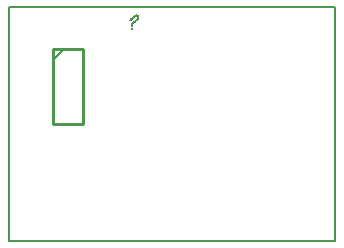
<source format=gto>
G04 MADE WITH FRITZING*
G04 WWW.FRITZING.ORG*
G04 DOUBLE SIDED*
G04 HOLES PLATED*
G04 CONTOUR ON CENTER OF CONTOUR VECTOR*
%ASAXBY*%
%FSLAX23Y23*%
%MOIN*%
%OFA0B0*%
%SFA1.0B1.0*%
%ADD10R,1.091980X0.787187X1.075980X0.771187*%
%ADD11C,0.008000*%
%ADD12C,0.010000*%
%ADD13C,0.005000*%
%ADD14R,0.001000X0.001000*%
%LNSILK1*%
G90*
G70*
G54D11*
X4Y783D02*
X1088Y783D01*
X1088Y4D01*
X4Y4D01*
X4Y783D01*
D02*
G54D12*
X151Y642D02*
X151Y392D01*
D02*
X151Y392D02*
X251Y392D01*
D02*
X251Y392D02*
X251Y642D01*
D02*
X251Y642D02*
X151Y642D01*
G54D13*
D02*
X151Y607D02*
X186Y642D01*
G54D14*
X427Y760D02*
X427Y760D01*
X425Y759D02*
X429Y759D01*
X424Y758D02*
X430Y758D01*
X422Y757D02*
X431Y757D01*
X421Y756D02*
X432Y756D01*
X420Y755D02*
X434Y755D01*
X419Y754D02*
X435Y754D01*
X418Y753D02*
X436Y753D01*
X417Y752D02*
X436Y752D01*
X415Y751D02*
X425Y751D01*
X428Y751D02*
X437Y751D01*
X414Y750D02*
X424Y750D01*
X430Y750D02*
X437Y750D01*
X413Y749D02*
X423Y749D01*
X431Y749D02*
X437Y749D01*
X412Y748D02*
X422Y748D01*
X431Y748D02*
X437Y748D01*
X411Y747D02*
X421Y747D01*
X431Y747D02*
X437Y747D01*
X410Y746D02*
X419Y746D01*
X430Y746D02*
X437Y746D01*
X408Y745D02*
X418Y745D01*
X429Y745D02*
X437Y745D01*
X407Y744D02*
X417Y744D01*
X428Y744D02*
X437Y744D01*
X406Y743D02*
X416Y743D01*
X427Y743D02*
X436Y743D01*
X405Y742D02*
X415Y742D01*
X426Y742D02*
X435Y742D01*
X404Y741D02*
X414Y741D01*
X424Y741D02*
X434Y741D01*
X403Y740D02*
X412Y740D01*
X423Y740D02*
X433Y740D01*
X403Y739D02*
X411Y739D01*
X422Y739D02*
X432Y739D01*
X403Y738D02*
X410Y738D01*
X421Y738D02*
X431Y738D01*
X404Y737D02*
X409Y737D01*
X420Y737D02*
X430Y737D01*
X405Y736D02*
X408Y736D01*
X419Y736D02*
X428Y736D01*
X417Y735D02*
X427Y735D01*
X416Y734D02*
X426Y734D01*
X415Y733D02*
X425Y733D01*
X414Y732D02*
X424Y732D01*
X413Y731D02*
X423Y731D01*
X411Y730D02*
X421Y730D01*
X411Y729D02*
X420Y729D01*
X410Y728D02*
X419Y728D01*
X410Y727D02*
X418Y727D01*
X410Y726D02*
X417Y726D01*
X410Y725D02*
X416Y725D01*
X410Y724D02*
X416Y724D01*
X410Y723D02*
X416Y723D01*
X410Y722D02*
X416Y722D01*
X410Y721D02*
X416Y721D01*
X410Y720D02*
X416Y720D01*
X411Y719D02*
X415Y719D01*
X412Y718D02*
X414Y718D01*
X411Y712D02*
X415Y712D01*
X410Y711D02*
X416Y711D01*
X410Y710D02*
X416Y710D01*
X410Y709D02*
X416Y709D01*
X410Y708D02*
X416Y708D01*
X411Y707D02*
X415Y707D01*
X413Y706D02*
X413Y706D01*
D02*
G04 End of Silk1*
M02*
</source>
